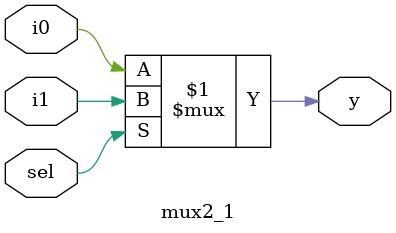
<source format=v>
module mux2_1(y,sel,i0,i1);
  
  input sel;
  input i0;
  input i1;
  output y;
  //logic for 2:1 mux
  assign y = (sel) ? i1 : i0;
  
endmodule

</source>
